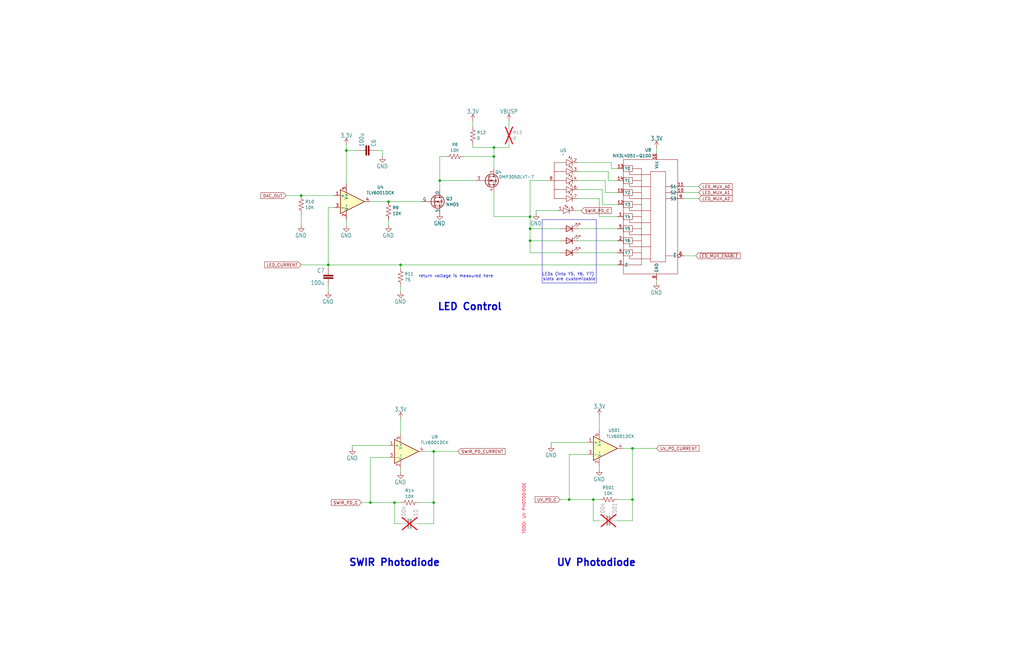
<source format=kicad_sch>
(kicad_sch (version 20231120) (generator "eeschema") (generator_version "8.0")
  (paper "USLedger")
  (title_block (title "OreSat Diode Test Card") (date "2024-04-21") (rev "v1.0"))
  (lib_symbols
    (symbol "Amplifier_Operational:TLV6001DCK" (pin_names (offset 0.127))
      (property "Reference" "U" (at 7.62 2.54 0))
      (property "Value" "TLV6001DCK" (at 11.43 -2.54 0))
      (symbol "TLV6001DCK_0_1"
        (polyline (pts (xy -2.54 5.08) (xy -2.54 -5.08) (xy 7.62 0) (xy -2.54 5.08)) (stroke (width 0.254)) (fill (type background)))
      )
      (symbol "TLV6001DCK_1_1"
        (pin input line (at -5.08 2.54 0) (length 2.54) (name "+") (number "1"))
        (pin power_in line (at 0 -7.62 90) (length 3.81) (name "V-") (number "2"))
        (pin input line (at -5.08 -2.54 0) (length 2.54) (name "-") (number "3"))
        (pin output line (at 10.16 0 180) (length 2.54) (name "~") (number "4"))
        (pin power_in line (at 0 7.62 270) (length 3.81) (name "V+") (number "5"))
      )
    )
    (symbol "Device:LED" (pin_numbers hide) (pin_names (offset 1.016) hide)
      (property "Reference" "D" (at 0 2.54 0))
      (property "Value" "LED" (at 0 -2.54 0))
      (symbol "LED_0_1"
        (polyline (pts (xy -1.27 -1.27) (xy -1.27 1.27)) (stroke (width 0.254)))
        (polyline (pts (xy -1.27 0) (xy 1.27 0)))
        (polyline (pts (xy 1.27 -1.27) (xy 1.27 1.27) (xy -1.27 0) (xy 1.27 -1.27)) (stroke (width 0.254)))
        (polyline (pts (xy -3.048 -0.762) (xy -4.572 -2.286) (xy -3.81 -2.286) (xy -4.572 -2.286) (xy -4.572 -1.524)))
        (polyline (pts (xy -1.778 -0.762) (xy -3.302 -2.286) (xy -2.54 -2.286) (xy -3.302 -2.286) (xy -3.302 -1.524)))
      )
      (symbol "LED_1_1"
        (pin passive line (at -3.81 0 0) (length 2.54) (name "K") (number "1"))
        (pin passive line (at 3.81 0 180) (length 2.54) (name "A") (number "2"))
      )
    )
    (symbol "Device:R_US" (pin_numbers hide) (pin_names (offset 0))
      (property "Reference" "R" (at 2.54 0 90))
      (property "Value" "R_US" (at -2.54 0 90))
      (symbol "R_US_0_1"
        (polyline (pts (xy 0 -2.286) (xy 0 -2.54)))
        (polyline (pts (xy 0 2.286) (xy 0 2.54)))
        (polyline (pts (xy 0 -0.762) (xy 1.016 -1.143) (xy 0 -1.524) (xy -1.016 -1.905) (xy 0 -2.286)))
        (polyline (pts (xy 0 0.762) (xy 1.016 0.381) (xy 0 0) (xy -1.016 -0.381) (xy 0 -0.762)))
        (polyline (pts (xy 0 2.286) (xy 1.016 1.905) (xy 0 1.524) (xy -1.016 1.143) (xy 0 0.762)))
      )
      (symbol "R_US_1_1"
        (pin passive line (at 0 3.81 270) (length 1.27) (name "~") (number "1"))
        (pin passive line (at 0 -3.81 90) (length 1.27) (name "~") (number "2"))
      )
    )
    (symbol "Simulation_SPICE:NMOS" (pin_numbers hide) (pin_names (offset 0))
      (property "Reference" "Q" (at 5.08 1.27 0))
      (property "Value" "NMOS" (at 5.08 -1.27 0))
      (symbol "NMOS_0_1"
        (polyline (pts (xy 0.254 0) (xy -2.54 0)))
        (polyline (pts (xy 0.254 1.905) (xy 0.254 -1.905)) (stroke (width 0.254)))
        (polyline (pts (xy 0.762 -1.27) (xy 0.762 -2.286)) (stroke (width 0.254)))
        (polyline (pts (xy 0.762 0.508) (xy 0.762 -0.508)) (stroke (width 0.254)))
        (polyline (pts (xy 0.762 2.286) (xy 0.762 1.27)) (stroke (width 0.254)))
        (polyline (pts (xy 2.54 2.54) (xy 2.54 1.778)))
        (polyline (pts (xy 2.54 -2.54) (xy 2.54 0) (xy 0.762 0)))
        (polyline (pts (xy 0.762 -1.778) (xy 3.302 -1.778) (xy 3.302 1.778) (xy 0.762 1.778)))
        (polyline (pts (xy 1.016 0) (xy 2.032 0.381) (xy 2.032 -0.381) (xy 1.016 0)) (fill (type outline)))
        (polyline (pts (xy 2.794 0.508) (xy 2.921 0.381) (xy 3.683 0.381) (xy 3.81 0.254)))
        (polyline (pts (xy 3.302 0.381) (xy 2.921 -0.254) (xy 3.683 -0.254) (xy 3.302 0.381)))
        (circle (center 1.651 0) (radius 2.794) (stroke (width 0.254)))
        (circle (center 2.54 -1.778) (radius 0.254) (fill (type outline)))
        (circle (center 2.54 1.778) (radius 0.254) (fill (type outline)))
      )
      (symbol "NMOS_1_1"
        (pin passive line (at 2.54 5.08 270) (length 2.54) (name "D") (number "1"))
        (pin input line (at -5.08 0 0) (length 2.54) (name "G") (number "2"))
        (pin passive line (at 2.54 -5.08 90) (length 2.54) (name "S") (number "3"))
      )
    )
    (symbol "oresat-diodes:MTMD142345PDT38" (pin_names hide)
      (property "Reference" "U" (at 0 -17.018 0))
      (symbol "MTMD142345PDT38_0_1"
        (polyline (pts (xy 0 -7.62) (xy -5.08 -7.62)))
        (polyline (pts (xy 0 -3.81) (xy -5.08 -3.81)))
        (polyline (pts (xy 0 0) (xy -5.08 0)))
        (polyline (pts (xy 0 3.81) (xy -5.08 3.81)))
        (polyline (pts (xy 1.27 -11.43) (xy 1.27 -13.97)))
        (polyline (pts (xy 2.54 -6.35) (xy 2.54 -8.89)))
        (polyline (pts (xy 2.54 -2.54) (xy 2.54 -5.08)))
        (polyline (pts (xy 2.54 1.27) (xy 2.54 -1.27)))
        (polyline (pts (xy 2.54 5.08) (xy 2.54 2.54)))
        (polyline (pts (xy 2.54 8.89) (xy 2.54 6.35)))
        (polyline (pts (xy 0 7.62) (xy -5.08 7.62) (xy -5.08 -7.62)))
        (polyline (pts (xy -1.27 -11.43) (xy -1.27 -13.97) (xy 1.27 -12.7) (xy -1.27 -11.43)))
        (polyline (pts (xy 0 -6.35) (xy 0 -8.89) (xy 2.54 -7.62) (xy 0 -6.35)))
        (polyline (pts (xy 0 -2.54) (xy 0 -5.08) (xy 2.54 -3.81) (xy 0 -2.54)))
        (polyline (pts (xy 0 1.27) (xy 0 -1.27) (xy 2.54 0) (xy 0 1.27)))
        (polyline (pts (xy 0 5.08) (xy 0 2.54) (xy 2.54 3.81) (xy 0 5.08)))
        (polyline (pts (xy 0 8.89) (xy 0 6.35) (xy 2.54 7.62) (xy 0 8.89)))
        (polyline (pts (xy 0 -10.16) (xy -0.508 -10.922) (xy 0 -10.922) (xy -0.508 -10.922) (xy -0.508 -10.414)))
        (polyline (pts (xy 0.762 -10.668) (xy 0.254 -11.43) (xy 0.762 -11.43) (xy 0.254 -11.43) (xy 0.254 -10.922)))
        (polyline (pts (xy 1.016 -5.588) (xy 1.524 -4.826) (xy 1.016 -4.826) (xy 1.524 -4.826) (xy 1.524 -5.334)))
        (polyline (pts (xy 1.016 -1.778) (xy 1.524 -1.016) (xy 1.016 -1.016) (xy 1.524 -1.016) (xy 1.524 -1.524)))
        (polyline (pts (xy 1.016 1.778) (xy 1.524 2.54) (xy 1.016 2.54) (xy 1.524 2.54) (xy 1.524 2.032)))
        (polyline (pts (xy 1.016 5.588) (xy 1.524 6.35) (xy 1.016 6.35) (xy 1.524 6.35) (xy 1.524 5.842)))
        (polyline (pts (xy 1.016 9.398) (xy 1.524 10.16) (xy 1.016 10.16) (xy 1.524 10.16) (xy 1.524 9.652)))
        (polyline (pts (xy 1.778 -6.35) (xy 2.286 -5.588) (xy 1.778 -5.588) (xy 2.286 -5.588) (xy 2.286 -6.096)))
        (polyline (pts (xy 1.778 -2.54) (xy 2.286 -1.778) (xy 1.778 -1.778) (xy 2.286 -1.778) (xy 2.286 -2.286)))
        (polyline (pts (xy 1.778 1.27) (xy 2.286 2.032) (xy 1.778 2.032) (xy 2.286 2.032) (xy 2.286 1.524)))
        (polyline (pts (xy 1.778 5.08) (xy 2.286 5.842) (xy 1.778 5.842) (xy 2.286 5.842) (xy 2.286 5.334)))
        (polyline (pts (xy 1.778 8.89) (xy 2.286 9.652) (xy 1.778 9.652) (xy 2.286 9.652) (xy 2.286 9.144)))
      )
      (symbol "MTMD142345PDT38_1_1"
        (pin passive line (at -3.81 -12.7 0) (length 2.54) (name "PD_Anode") (number "1"))
        (pin passive line (at 5.08 7.62 180) (length 2.54) (name "1040nm") (number "2"))
        (pin passive line (at 5.08 3.81 180) (length 2.54) (name "1200nm") (number "3"))
        (pin passive line (at 5.08 0 180) (length 2.54) (name "1300nm") (number "4"))
        (pin passive line (at 3.81 -12.7 180) (length 2.54) (name "PD_Cathode") (number "5"))
        (pin passive line (at 5.08 -3.81 180) (length 2.54) (name "1460nm") (number "6"))
        (pin passive line (at 5.08 -7.62 180) (length 2.54) (name "1550nm") (number "7"))
        (pin passive line (at -7.62 0 0) (length 2.54) (name "LED_Anode_Com") (number "8"))
      )
    )
    (symbol "oresat-ics:NX3L4051-Q100"
      (property "Reference" "U" (at 1.016 28.448 0))
      (property "Value" "NX3L4051-Q100" (at 8.382 25.908 0))
      (symbol "NX3L4051-Q100_0_1"
        (rectangle (start -6.35 19.05) (end 0 -19.05))
        (rectangle (start 7.62 -13.97) (end 11.43 -16.51))
        (rectangle (start 7.62 -8.89) (end 11.43 -11.43))
        (rectangle (start 7.62 -3.81) (end 11.43 -6.35))
        (rectangle (start 7.62 1.27) (end 11.43 -1.27))
        (rectangle (start 7.62 6.35) (end 11.43 3.81))
        (rectangle (start 7.62 11.43) (end 11.43 8.89))
        (rectangle (start 7.62 16.51) (end 11.43 13.97))
        (rectangle (start 7.62 21.59) (end 11.43 19.05))
      )
      (symbol "NX3L4051-Q100_1_1"
        (rectangle (start -11.43 24.13) (end 11.43 -24.13))
        (polyline (pts (xy -11.43 -16.51) (xy -6.35 -16.51)))
        (polyline (pts (xy -11.43 7.62) (xy -6.35 7.62)))
        (polyline (pts (xy -11.43 10.16) (xy -6.35 10.16)))
        (polyline (pts (xy -11.43 12.7) (xy -6.35 12.7)))
        (polyline (pts (xy 7.62 -15.24) (xy 3.81 -15.24)))
        (polyline (pts (xy 7.62 -10.16) (xy 3.81 -10.16)))
        (polyline (pts (xy 7.62 -5.08) (xy 3.81 -5.08)))
        (polyline (pts (xy 7.62 0) (xy 3.81 0)))
        (polyline (pts (xy 7.62 5.08) (xy 3.81 5.08)))
        (polyline (pts (xy 7.62 10.16) (xy 3.81 10.16)))
        (polyline (pts (xy 7.62 15.24) (xy 3.81 15.24)))
        (polyline (pts (xy 8.89 -16.51) (xy 8.89 -17.78) (xy 0 -17.78)))
        (polyline (pts (xy 8.89 -11.43) (xy 8.89 -12.7) (xy 0 -12.7)))
        (polyline (pts (xy 8.89 -6.35) (xy 8.89 -7.62) (xy 0 -7.62)))
        (polyline (pts (xy 8.89 -1.27) (xy 8.89 -2.54) (xy 0 -2.54)))
        (polyline (pts (xy 8.89 3.81) (xy 8.89 2.54) (xy 0 2.54)))
        (polyline (pts (xy 8.89 8.89) (xy 8.89 7.62) (xy 0 7.62)))
        (polyline (pts (xy 8.89 13.97) (xy 8.89 12.7) (xy 0 12.7)))
        (polyline (pts (xy 8.89 19.05) (xy 8.89 17.78) (xy 0 17.78)))
        (polyline (pts (xy 11.43 -20.32) (xy 3.81 -20.32) (xy 3.81 20.32) (xy 7.62 20.32)))
        (pin bidirectional line (at 13.97 0 180) (length 2.54) (name "Y4") (number "1"))
        (pin input line (at -13.97 10.16 0) (length 2.54) (name "S2") (number "10"))
        (pin input line (at -13.97 12.7 0) (length 2.54) (name "S1") (number "11"))
        (pin bidirectional line (at 13.97 5.08 180) (length 2.54) (name "Y3") (number "12"))
        (pin bidirectional line (at 13.97 20.32 180) (length 2.54) (name "Y0") (number "13"))
        (pin bidirectional line (at 13.97 15.24 180) (length 2.54) (name "Y1") (number "14"))
        (pin bidirectional line (at 13.97 10.16 180) (length 2.54) (name "Y2") (number "15"))
        (pin power_in line (at -2.54 26.67 270) (length 2.54) (name "Vcc") (number "16"))
        (pin bidirectional line (at 13.97 -10.16 180) (length 2.54) (name "Y6") (number "2"))
        (pin input line (at 13.97 -20.32 180) (length 2.54) (name "Z") (number "3"))
        (pin bidirectional line (at 13.97 -15.24 180) (length 2.54) (name "Y7") (number "4"))
        (pin bidirectional line (at 13.97 -5.08 180) (length 2.54) (name "Y5") (number "5"))
        (pin input inverted (at -13.97 -16.51 0) (length 2.54) (name "~{E}") (number "6"))
        (pin power_in line (at -2.54 -26.67 90) (length 2.54) (name "GND") (number "8"))
        (pin input line (at -13.97 7.62 0) (length 2.54) (name "S3") (number "9"))
      )
    )
    (symbol "oresat-power:VBUSP" (power) (pin_names (offset 0))
      (property "Value" "VBUSP" (at 0 3.556 0))
      (symbol "VBUSP_0_1"
        (polyline (pts (xy -0.762 1.27) (xy 0 2.54)))
        (polyline (pts (xy 0 0) (xy 0 2.54)))
        (polyline (pts (xy 0 2.54) (xy 0.762 1.27)))
      )
      (symbol "VBUSP_1_1"
        (pin power_in line (at 0 0 90) (length 0) hide (name "VBUSP") (number "1"))
      )
    )
    (symbol "oresat-proto-card-eagle-import:C-EU0603-C-NOSILK"
      (property "Reference" "C" (at 1.524 0.381 0))
      (symbol "C-EU0603-C-NOSILK_1_0"
        (rectangle (start -2.032 -2.032) (end 2.032 -1.524) (fill (type outline)))
        (rectangle (start -2.032 -1.016) (end 2.032 -0.508) (fill (type outline)))
        (polyline (pts (xy 0 -2.54) (xy 0 -2.032)) (stroke (width 0.1524)))
        (polyline (pts (xy 0 0) (xy 0 -0.508)) (stroke (width 0.1524)))
        (pin passive line (at 0 2.54 270) (length 2.54) (name "1") (number "1"))
        (pin passive line (at 0 -5.08 90) (length 2.54) (name "2") (number "2"))
      )
    )
    (symbol "oresat-transistors:DMP3050LVT-7" (pin_names hide)
      (property "Reference" "Q?" (at 6.35 1.2701 0))
      (property "Value" "DMP3050LVT-7" (at 6.35 -1.2699 0))
      (symbol "DMP3050LVT-7_0_1"
        (polyline (pts (xy 0.254 0) (xy -2.54 0)))
        (polyline (pts (xy 0.254 1.905) (xy 0.254 -1.905)) (stroke (width 0.254)))
        (polyline (pts (xy 0.762 -1.27) (xy 0.762 -2.286)) (stroke (width 0.254)))
        (polyline (pts (xy 0.762 0.508) (xy 0.762 -0.508)) (stroke (width 0.254)))
        (polyline (pts (xy 0.762 2.286) (xy 0.762 1.27)) (stroke (width 0.254)))
        (polyline (pts (xy 2.54 2.54) (xy 2.54 1.778)))
        (polyline (pts (xy 2.54 -2.54) (xy 2.54 0) (xy 0.762 0)))
        (polyline (pts (xy 0.762 1.778) (xy 3.302 1.778) (xy 3.302 -1.778) (xy 0.762 -1.778)))
        (polyline (pts (xy 2.286 0) (xy 1.27 0.381) (xy 1.27 -0.381) (xy 2.286 0)) (fill (type outline)))
        (polyline (pts (xy 2.794 -0.508) (xy 2.921 -0.381) (xy 3.683 -0.381) (xy 3.81 -0.254)))
        (polyline (pts (xy 3.302 -0.381) (xy 2.921 0.254) (xy 3.683 0.254) (xy 3.302 -0.381)))
        (circle (center 1.651 0) (radius 2.794) (stroke (width 0.254)))
        (circle (center 2.54 -1.778) (radius 0.254) (fill (type outline)))
        (circle (center 2.54 1.778) (radius 0.254) (fill (type outline)))
      )
      (symbol "DMP3050LVT-7_1_1"
        (pin passive line (at 2.54 5.08 270) (length 2.54) (name "D") (number "1"))
        (pin passive line (at 2.54 5.08 270) (length 2.54) hide (name "D") (number "2"))
        (pin passive line (at -5.08 0 0) (length 2.54) (name "G") (number "3"))
        (pin passive line (at 2.54 -5.08 90) (length 2.54) (name "S") (number "4"))
        (pin passive line (at 2.54 5.08 270) (length 2.54) hide (name "D") (number "5"))
        (pin passive line (at 2.54 5.08 270) (length 2.54) hide (name "D") (number "6"))
      )
    )
    (symbol "power:+3.3V" (power) (pin_numbers hide) (pin_names (offset 0) hide)
      (property "Value" "+3.3V" (at 0 3.556 0))
      (symbol "+3.3V_0_1"
        (polyline (pts (xy -0.762 1.27) (xy 0 2.54)))
        (polyline (pts (xy 0 0) (xy 0 2.54)))
        (polyline (pts (xy 0 2.54) (xy 0.762 1.27)))
      )
      (symbol "+3.3V_1_1"
        (pin power_in line (at 0 0 90) (length 0) (name "~") (number "1"))
      )
    )
    (symbol "power:GND" (power) (pin_numbers hide) (pin_names (offset 0) hide)
      (property "Value" "GND" (at 0 -3.81 0))
      (symbol "GND_0_1"
        (polyline (pts (xy 0 0) (xy 0 -1.27) (xy 1.27 -1.27) (xy 0 -2.54) (xy -1.27 -1.27) (xy 0 -1.27)))
      )
      (symbol "GND_1_1"
        (pin power_in line (at 0 0 270) (length 0) (name "~") (number "1"))
      )
    )
  )
  (junction (at 138.43 111.76))
  (junction (at 156.21 212.09))
  (junction (at 127 82.55))
  (junction (at 185.42 76.2))
  (junction (at 223.52 96.52))
  (junction (at 208.28 66.04))
  (junction (at 163.83 85.09))
  (junction (at 223.52 91.44))
  (junction (at 240.03 210.82))
  (junction (at 266.7 189.23))
  (junction (at 266.7 210.82))
  (junction (at 146.05 63.5))
  (junction (at 250.19 210.82))
  (junction (at 168.91 111.76))
  (junction (at 208.28 62.23))
  (junction (at 182.88 190.5))
  (junction (at 182.88 212.09))
  (junction (at 223.52 101.6))
  (junction (at 166.37 212.09))
  (wire (pts (xy 146.05 92.71) (xy 146.05 95.25)))
  (wire (pts (xy 158.75 63.5) (xy 161.29 63.5)))
  (wire (pts (xy 252.73 91.44) (xy 260.35 91.44)))
  (wire (pts (xy 182.88 190.5) (xy 193.04 190.5)))
  (wire (pts (xy 247.65 191.77) (xy 240.03 191.77)))
  (wire (pts (xy 255.27 76.2) (xy 255.27 81.28)))
  (wire (pts (xy 276.86 62.23) (xy 276.86 64.77)))
  (wire (pts (xy 163.83 92.71) (xy 163.83 95.25)))
  (wire (pts (xy 146.05 63.5) (xy 146.05 60.96)) (stroke (width 0.1524)))
  (wire (pts (xy 236.22 106.68) (xy 223.52 106.68)))
  (wire (pts (xy 262.89 189.23) (xy 266.7 189.23)))
  (wire (pts (xy 294.64 78.74) (xy 288.29 78.74)))
  (wire (pts (xy 156.21 212.09) (xy 166.37 212.09)))
  (wire (pts (xy 254 80.01) (xy 254 86.36)))
  (wire (pts (xy 168.91 198.12) (xy 168.91 199.39)))
  (wire (pts (xy 138.43 87.63) (xy 138.43 111.76)))
  (wire (pts (xy 146.05 63.5) (xy 151.13 63.5)))
  (wire (pts (xy 226.06 90.17) (xy 226.06 88.9)))
  (wire (pts (xy 240.03 210.82) (xy 250.19 210.82)))
  (wire (pts (xy 127 90.17) (xy 127 95.25)))
  (wire (pts (xy 252.73 219.71) (xy 250.19 219.71)))
  (wire (pts (xy 182.88 220.98) (xy 182.88 212.09)))
  (wire (pts (xy 223.52 96.52) (xy 223.52 101.6)))
  (wire (pts (xy 243.84 72.39) (xy 256.54 72.39)))
  (wire (pts (xy 260.35 219.71) (xy 266.7 219.71)))
  (wire (pts (xy 214.63 50.8) (xy 214.63 53.34)))
  (wire (pts (xy 260.35 210.82) (xy 266.7 210.82)))
  (wire (pts (xy 294.64 81.28) (xy 288.29 81.28)))
  (wire (pts (xy 252.73 196.85) (xy 252.73 198.12)))
  (wire (pts (xy 257.81 71.12) (xy 260.35 71.12)))
  (wire (pts (xy 257.81 68.58) (xy 257.81 71.12)))
  (wire (pts (xy 179.07 190.5) (xy 182.88 190.5)))
  (wire (pts (xy 127 111.76) (xy 138.43 111.76)))
  (wire (pts (xy 232.41 186.69) (xy 247.65 186.69)))
  (wire (pts (xy 168.91 111.76) (xy 260.35 111.76)))
  (wire (pts (xy 266.7 189.23) (xy 266.7 210.82)))
  (wire (pts (xy 176.53 220.98) (xy 182.88 220.98)))
  (wire (pts (xy 243.84 68.58) (xy 257.81 68.58)))
  (wire (pts (xy 146.05 63.5) (xy 146.05 77.47)))
  (wire (pts (xy 163.83 193.04) (xy 156.21 193.04)))
  (wire (pts (xy 148.59 187.96) (xy 163.83 187.96)))
  (wire (pts (xy 127 82.55) (xy 140.97 82.55)))
  (wire (pts (xy 208.28 62.23) (xy 208.28 66.04)))
  (wire (pts (xy 288.29 107.95) (xy 293.37 107.95)))
  (wire (pts (xy 120.65 82.55) (xy 127 82.55)))
  (wire (pts (xy 243.84 101.6) (xy 260.35 101.6)))
  (wire (pts (xy 226.06 88.9) (xy 234.95 88.9)))
  (wire (pts (xy 138.43 113.03) (xy 138.43 111.76)))
  (wire (pts (xy 152.4 212.09) (xy 156.21 212.09)))
  (wire (pts (xy 223.52 101.6) (xy 223.52 106.68)))
  (wire (pts (xy 168.91 111.76) (xy 168.91 113.03)))
  (wire (pts (xy 254 86.36) (xy 260.35 86.36)))
  (wire (pts (xy 223.52 91.44) (xy 223.52 96.52)))
  (wire (pts (xy 223.52 91.44) (xy 223.52 76.2)))
  (wire (pts (xy 243.84 80.01) (xy 254 80.01)))
  (wire (pts (xy 250.19 210.82) (xy 252.73 210.82)))
  (wire (pts (xy 208.28 66.04) (xy 208.28 71.12)))
  (wire (pts (xy 276.86 119.38) (xy 276.86 118.11)))
  (wire (pts (xy 252.73 175.26) (xy 252.73 181.61)))
  (wire (pts (xy 163.83 85.09) (xy 177.8 85.09)))
  (wire (pts (xy 245.11 88.9) (xy 242.57 88.9)))
  (wire (pts (xy 208.28 62.23) (xy 214.63 62.23)))
  (wire (pts (xy 223.52 91.44) (xy 208.28 91.44)))
  (wire (pts (xy 138.43 120.65) (xy 138.43 123.19)))
  (wire (pts (xy 185.42 76.2) (xy 200.66 76.2)))
  (wire (pts (xy 266.7 219.71) (xy 266.7 210.82)))
  (wire (pts (xy 199.39 50.8) (xy 199.39 53.34)))
  (wire (pts (xy 232.41 187.96) (xy 232.41 186.69)))
  (wire (pts (xy 156.21 193.04) (xy 156.21 212.09)))
  (wire (pts (xy 294.64 83.82) (xy 288.29 83.82)))
  (wire (pts (xy 223.52 76.2) (xy 231.14 76.2)))
  (wire (pts (xy 195.58 66.04) (xy 208.28 66.04)))
  (wire (pts (xy 185.42 80.01) (xy 185.42 76.2)))
  (wire (pts (xy 166.37 212.09) (xy 168.91 212.09)))
  (wire (pts (xy 156.21 85.09) (xy 163.83 85.09)))
  (wire (pts (xy 250.19 219.71) (xy 250.19 210.82)))
  (wire (pts (xy 138.43 87.63) (xy 140.97 87.63)))
  (wire (pts (xy 168.91 120.65) (xy 168.91 123.19)))
  (wire (pts (xy 256.54 72.39) (xy 256.54 76.2)))
  (wire (pts (xy 166.37 220.98) (xy 166.37 212.09)))
  (wire (pts (xy 223.52 96.52) (xy 236.22 96.52)))
  (wire (pts (xy 161.29 63.5) (xy 161.29 66.04)))
  (wire (pts (xy 148.59 189.23) (xy 148.59 187.96)))
  (wire (pts (xy 138.43 111.76) (xy 168.91 111.76)))
  (wire (pts (xy 182.88 190.5) (xy 182.88 212.09)))
  (wire (pts (xy 168.91 220.98) (xy 166.37 220.98)))
  (wire (pts (xy 168.91 176.53) (xy 168.91 182.88)))
  (wire (pts (xy 266.7 189.23) (xy 276.86 189.23)))
  (wire (pts (xy 199.39 62.23) (xy 199.39 60.96)))
  (wire (pts (xy 243.84 76.2) (xy 255.27 76.2)))
  (wire (pts (xy 208.28 91.44) (xy 208.28 81.28)))
  (wire (pts (xy 252.73 83.82) (xy 252.73 91.44)))
  (wire (pts (xy 240.03 191.77) (xy 240.03 210.82)))
  (wire (pts (xy 243.84 83.82) (xy 252.73 83.82)))
  (wire (pts (xy 243.84 96.52) (xy 260.35 96.52)))
  (wire (pts (xy 214.63 62.23) (xy 214.63 60.96)))
  (wire (pts (xy 255.27 81.28) (xy 260.35 81.28)))
  (wire (pts (xy 199.39 62.23) (xy 208.28 62.23)))
  (wire (pts (xy 176.53 212.09) (xy 182.88 212.09)))
  (wire (pts (xy 185.42 66.04) (xy 187.96 66.04)))
  (wire (pts (xy 185.42 76.2) (xy 185.42 66.04)))
  (wire (pts (xy 256.54 76.2) (xy 260.35 76.2)))
  (wire (pts (xy 236.22 210.82) (xy 240.03 210.82)))
  (wire (pts (xy 223.52 101.6) (xy 236.22 101.6)))
  (wire (pts (xy 243.84 106.68) (xy 260.35 106.68)))
  (rectangle (start 228.6 92.71) (end 251.46 119.38))
  (text "return voltage is measured here" (at 192.278 116.586 0) (effects (font (size 1.27 1.27))))
  (text "TODO: UV PHOTODIODE" (at 220.98 214.63 90) (effects (font (size 1.27 1.27))))
  (text "UV Photodiode\n" (at 251.46 237.49 0) (effects (font (size 3 3) (thickness 0.6) (bold yes))))
  (text "SWIR Photodiode\n" (at 166.37 237.49 0) (effects (font (size 3 3) (thickness 0.6) (bold yes))))
  (text "LEDs (into Y5, Y6, Y7) \nslots are customizable\n" (at 240.03 116.84 0) (effects (font (size 1.27 1.27))))
  (text "LED Control" (at 198.12 129.54 0) (effects (font (size 3 3) (thickness 0.6) (bold yes))))
  (global_label "DAC_OUT" (shape input) (at 120.65 82.55 180) (property "Intersheetrefs" "${INTERSHEET_REFS}" (at 109.44 82.55 0) (effects (justify right))))
  (global_label "LED_MUX_A1" (shape input) (at 294.64 81.28 0) (property "Intersheetrefs" "${INTERSHEET_REFS}" (at 309.297 81.28 0) (effects (justify left))))
  (global_label "LED_MUX_A0" (shape input) (at 294.64 78.74 0) (property "Intersheetrefs" "${INTERSHEET_REFS}" (at 309.297 78.74 0) (effects (justify left))))
  (global_label "UV_PD_CURRENT" (shape input) (at 276.86 189.23 0) (property "Intersheetrefs" "${INTERSHEET_REFS}" (at 295.3271 189.23 0) (effects (justify left))))
  (global_label "SWIR_PD_C" (shape input) (at 152.4 212.09 180) (property "Intersheetrefs" "${INTERSHEET_REFS}" (at 139.1339 212.09 0) (effects (justify right))))
  (global_label "UV_PD_C" (shape input) (at 236.22 210.82 180) (property "Intersheetrefs" "${INTERSHEET_REFS}" (at 225.0705 210.82 0) (effects (justify right))))
  (global_label "SWIR_PD_CURRENT" (shape input) (at 193.04 190.5 0) (property "Intersheetrefs" "${INTERSHEET_REFS}" (at 213.6237 190.5 0) (effects (justify left))))
  (global_label "SWIR_PD_C" (shape input) (at 245.11 88.9 0) (property "Intersheetrefs" "${INTERSHEET_REFS}" (at 258.3761 88.9 0) (effects (justify left))))
  (global_label "LED_CURRENT" (shape input) (at 127 111.76 180) (property "Intersheetrefs" "${INTERSHEET_REFS}" (at 111.0125 111.76 0) (effects (justify right))))
  (global_label "~{LED_MUX_ENABLE}" (shape input) (at 293.37 107.95 0) (property "Intersheetrefs" "${INTERSHEET_REFS}" (at 312.7441 107.95 0) (effects (justify left))))
  (global_label "LED_MUX_A2" (shape input) (at 294.64 83.82 0) (property "Intersheetrefs" "${INTERSHEET_REFS}" (at 309.297 83.82 0) (effects (justify left))))
  (symbol (lib_id "power:GND") (at 168.91 123.19 0) (unit 1)
    (property "Reference" "#GND023" (effects (hide yes)))
    (property "Value" "GND" (at 166.37 128.27 0) (effects (font (size 1.778 1.5113)) (justify left bottom)))
    (property "Description" "Power symbol creates a global label with name \"GND\" , ground" (effects (hide yes)))
  )
  (symbol (lib_id "power:GND") (at 127 95.25 0) (unit 1)
    (property "Reference" "#GND025" (effects (hide yes)))
    (property "Value" "GND" (at 124.46 100.33 0) (effects (font (size 1.778 1.5113)) (justify left bottom)))
    (property "Description" "Power symbol creates a global label with name \"GND\" , ground" (effects (hide yes)))
  )
  (symbol (lib_id "Device:R_US") (at 127 86.36 180) (unit 1)
    (property "Reference" "R10" (at 128.651 85.1478 0) (effects (justify right)))
    (property "Value" "10K" (at 128.651 87.5721 0) (effects (justify right)))
    (property "Description" "Resistor, US symbol" (effects (hide yes)))
  )
  (symbol (lib_id "Simulation_SPICE:NMOS") (at 182.88 85.09 0) (unit 1)
    (property "Reference" "Q3" (at 188.087 83.8778 0) (effects (justify left)))
    (property "Value" "NMOS" (at 188.087 86.3021 0) (effects (justify left)))
    (property "Datasheet" "https://ngspice.sourceforge.io/docs/ngspice-html-manual/manual.xhtml#cha_MOSFETs" (effects (hide yes)))
    (property "Description" "N-MOSFET transistor, drain/source/gate" (effects (hide yes)))
    (property "Sim.Device" "NMOS" (effects (hide yes)))
    (property "Sim.Type" "VDMOS" (effects (hide yes)))
    (property "Sim.Pins" "1=D 2=G 3=S" (effects (hide yes)))
  )
  (symbol (lib_id "Amplifier_Operational:TLV6001DCK") (at 146.05 85.09 0) (unit 1)
    (property "Reference" "U4" (at 160.4093 78.945 0))
    (property "Value" "TLV6001DCK" (at 160.4093 81.3693 0))
    (property "Footprint" "Package_TO_SOT_SMD:SOT-353_SC-70-5" (effects (hide yes)))
    (property "Datasheet" "http://www.ti.com/lit/ds/symlink/tlv6001.pdf" (effects (hide yes)))
    (property "Description" "Low-power, Rail-to-rail, 1MHz Operational Amplifier, SOT-353" (effects (hide yes)))
  )
  (symbol (lib_id "power:GND") (at 185.42 90.17 0) (unit 1)
    (property "Reference" "#GND024" (effects (hide yes)))
    (property "Value" "GND" (at 182.88 95.25 0) (effects (font (size 1.778 1.5113)) (justify left bottom)))
    (property "Description" "Power symbol creates a global label with name \"GND\" , ground" (effects (hide yes)))
  )
  (symbol (lib_id "Device:R_US") (at 214.63 57.15 180) (unit 1) (dnp yes)
    (property "Reference" "R13" (at 216.281 55.9378 0) (effects (justify right)))
    (property "Value" "0" (at 216.281 58.3621 0) (effects (justify right)))
    (property "Description" "Resistor, US symbol" (effects (hide yes)))
  )
  (symbol (lib_id "oresat-proto-card-eagle-import:C-EU0603-C-NOSILK") (at 156.21 63.5 270) (mirror x) (unit 1)
    (property "Reference" "C6" (at 156.591 61.976 0) (effects (font (size 1.778 1.5113)) (justify left bottom)))
    (property "Value" "100u" (at 151.511 61.976 0) (effects (font (size 1.778 1.5113)) (justify left bottom)))
    (property "Footprint" "oresat-passives:0603-C-NOSILK" (effects (hide yes)))
    (property "DIS" "Digi-Key" (effects (hide yes)))
    (property "DPN" "1276-1001-1-ND" (effects (hide yes)))
    (property "MFR" "Samsung" (effects (hide yes)))
    (property "MPN" "CL05B104KO5NNNC" (effects (hide yes)))
  )
  (symbol (lib_id "power:+3.3V") (at 276.86 62.23 0) (mirror y) (unit 1)
    (property "Reference" "#SUPPLY06" (effects (hide yes)))
    (property "Value" "3.3V" (at 276.86 59.436 0) (effects (font (size 1.778 1.5113)) (justify bottom)))
    (property "Description" "Power symbol creates a global label with name \"+3.3V\"" (effects (hide yes)))
  )
  (symbol (lib_id "power:GND") (at 226.06 90.17 0) (unit 1)
    (property "Reference" "#GND0502" (effects (hide yes)))
    (property "Value" "GND" (at 223.52 95.25 0) (effects (font (size 1.778 1.5113)) (justify left bottom)))
    (property "Description" "Power symbol creates a global label with name \"GND\" , ground" (effects (hide yes)))
  )
  (symbol (lib_id "Device:R_US") (at 191.77 66.04 90) (unit 1)
    (property "Reference" "R8" (at 191.77 61.0065 90))
    (property "Value" "10K" (at 191.77 63.4308 90))
    (property "Description" "Resistor, US symbol" (effects (hide yes)))
  )
  (symbol (lib_id "power:GND") (at 161.29 66.04 0) (unit 1)
    (property "Reference" "#GND08" (effects (hide yes)))
    (property "Value" "GND" (at 158.75 71.12 0) (effects (font (size 1.778 1.5113)) (justify left bottom)))
    (property "Description" "Power symbol creates a global label with name \"GND\" , ground" (effects (hide yes)))
  )
  (symbol (lib_id "power:GND") (at 146.05 95.25 0) (unit 1)
    (property "Reference" "#GND011" (effects (hide yes)))
    (property "Value" "GND" (at 143.51 100.33 0) (effects (font (size 1.778 1.5113)) (justify left bottom)))
    (property "Description" "Power symbol creates a global label with name \"GND\" , ground" (effects (hide yes)))
  )
  (symbol (lib_id "Device:LED") (at 240.03 106.68 180) (unit 1)
    (property "Reference" "D4" (effects (hide yes)))
    (property "Value" "LED" (effects (hide yes)))
    (property "Description" "Light emitting diode" (effects (hide yes)))
  )
  (symbol (lib_id "Device:R_US") (at 199.39 57.15 180) (unit 1)
    (property "Reference" "R12" (at 201.041 55.9378 0) (effects (justify right)))
    (property "Value" "0" (at 201.041 58.3621 0) (effects (justify right)))
    (property "Description" "Resistor, US symbol" (effects (hide yes)))
  )
  (symbol (lib_id "Device:R_US") (at 168.91 116.84 180) (unit 1)
    (property "Reference" "R11" (at 170.561 115.6278 0) (effects (justify right)))
    (property "Value" "75" (at 170.561 118.0521 0) (effects (justify right)))
    (property "Description" "Resistor, US symbol" (effects (hide yes)))
  )
  (symbol (lib_id "oresat-proto-card-eagle-import:C-EU0603-C-NOSILK") (at 257.81 219.71 270) (mirror x) (unit 1) (in_bom no) (dnp yes)
    (property "Reference" "C501" (at 258.191 218.186 0) (effects (font (size 1.778 1.5113)) (justify left bottom)))
    (property "Value" "100n" (at 253.111 218.186 0) (effects (font (size 1.778 1.5113)) (justify left bottom)))
    (property "Footprint" "oresat-passives:0603-C-NOSILK" (effects (hide yes)))
    (property "DIS" "Digi-Key" (effects (hide yes)))
    (property "DPN" "1276-1001-1-ND" (effects (hide yes)))
    (property "MFR" "Samsung" (effects (hide yes)))
    (property "MPN" "CL05B104KO5NNNC" (effects (hide yes)))
  )
  (symbol (lib_id "oresat-proto-card-eagle-import:C-EU0603-C-NOSILK") (at 173.99 220.98 270) (mirror x) (unit 1) (in_bom no) (dnp yes)
    (property "Reference" "C10" (at 174.371 219.456 0) (effects (font (size 1.778 1.5113)) (justify left bottom)))
    (property "Value" "100n" (at 169.291 219.456 0) (effects (font (size 1.778 1.5113)) (justify left bottom)))
    (property "Footprint" "oresat-passives:0603-C-NOSILK" (effects (hide yes)))
    (property "DIS" "Digi-Key" (effects (hide yes)))
    (property "DPN" "1276-1001-1-ND" (effects (hide yes)))
    (property "MFR" "Samsung" (effects (hide yes)))
    (property "MPN" "CL05B104KO5NNNC" (effects (hide yes)))
  )
  (symbol (lib_id "Device:LED") (at 240.03 101.6 180) (unit 1)
    (property "Reference" "D2" (effects (hide yes)))
    (property "Value" "LED" (effects (hide yes)))
    (property "Description" "Light emitting diode" (effects (hide yes)))
  )
  (symbol (lib_id "power:GND") (at 232.41 187.96 0) (unit 1)
    (property "Reference" "#GND0501" (effects (hide yes)))
    (property "Value" "GND" (at 229.87 193.04 0) (effects (font (size 1.778 1.5113)) (justify left bottom)))
    (property "Description" "Power symbol creates a global label with name \"GND\" , ground" (effects (hide yes)))
  )
  (symbol (lib_id "Device:R_US") (at 256.54 210.82 90) (unit 1)
    (property "Reference" "R501" (at 256.54 205.7865 90))
    (property "Value" "10K" (at 256.54 208.2108 90))
    (property "Description" "Resistor, US symbol" (effects (hide yes)))
  )
  (symbol (lib_id "oresat-diodes:MTMD142345PDT38") (at 238.76 76.2 0) (unit 1)
    (property "Reference" "U5" (at 237.49 63.5085 0))
    (property "Value" "~" (at 237.49 65.1899 0))
    (property "Footprint" "Diode_THT:SWIR_PhotoDiode" (effects (hide yes)))
    (property "Datasheet" "https://marktechopto.com/pdf/products/datasheet/MTMD142345PDT38-v1.pdf" (effects (hide yes)))
  )
  (symbol (lib_id "power:GND") (at 252.73 198.12 0) (unit 1)
    (property "Reference" "#GND0503" (effects (hide yes)))
    (property "Value" "GND" (at 250.19 203.2 0) (effects (font (size 1.778 1.5113)) (justify left bottom)))
    (property "Description" "Power symbol creates a global label with name \"GND\" , ground" (effects (hide yes)))
  )
  (symbol (lib_id "power:+3.3V") (at 146.05 60.96 0) (mirror y) (unit 1)
    (property "Reference" "#SUPPLY02" (effects (hide yes)))
    (property "Value" "3.3V" (at 146.05 58.166 0) (effects (font (size 1.778 1.5113)) (justify bottom)))
    (property "Description" "Power symbol creates a global label with name \"+3.3V\"" (effects (hide yes)))
  )
  (symbol (lib_id "oresat-proto-card-eagle-import:C-EU0603-C-NOSILK") (at 138.43 115.57 0) (mirror y) (unit 1)
    (property "Reference" "C7" (at 136.906 115.189 0) (effects (font (size 1.778 1.5113)) (justify left bottom)))
    (property "Value" "100u" (at 136.906 120.269 0) (effects (font (size 1.778 1.5113)) (justify left bottom)))
    (property "Footprint" "oresat-passives:0603-C-NOSILK" (effects (hide yes)))
    (property "DIS" "Digi-Key" (effects (hide yes)))
    (property "DPN" "1276-1001-1-ND" (effects (hide yes)))
    (property "MFR" "Samsung" (effects (hide yes)))
    (property "MPN" "CL05B104KO5NNNC" (effects (hide yes)))
  )
  (symbol (lib_id "power:GND") (at 276.86 119.38 0) (unit 1)
    (property "Reference" "#GND01" (effects (hide yes)))
    (property "Value" "GND" (at 274.32 124.46 0) (effects (font (size 1.778 1.5113)) (justify left bottom)))
    (property "Description" "Power symbol creates a global label with name \"GND\" , ground" (effects (hide yes)))
  )
  (symbol (lib_id "power:GND") (at 163.83 95.25 0) (unit 1)
    (property "Reference" "#GND026" (effects (hide yes)))
    (property "Value" "GND" (at 161.29 100.33 0) (effects (font (size 1.778 1.5113)) (justify left bottom)))
    (property "Description" "Power symbol creates a global label with name \"GND\" , ground" (effects (hide yes)))
  )
  (symbol (lib_id "power:GND") (at 148.59 189.23 0) (unit 1)
    (property "Reference" "#GND010" (effects (hide yes)))
    (property "Value" "GND" (at 146.05 194.31 0) (effects (font (size 1.778 1.5113)) (justify left bottom)))
    (property "Description" "Power symbol creates a global label with name \"GND\" , ground" (effects (hide yes)))
  )
  (symbol (lib_id "power:GND") (at 168.91 199.39 0) (unit 1)
    (property "Reference" "#GND014" (effects (hide yes)))
    (property "Value" "GND" (at 166.37 204.47 0) (effects (font (size 1.778 1.5113)) (justify left bottom)))
    (property "Description" "Power symbol creates a global label with name \"GND\" , ground" (effects (hide yes)))
  )
  (symbol (lib_id "power:+3.3V") (at 199.39 50.8 0) (mirror y) (unit 1)
    (property "Reference" "#SUPPLY03" (effects (hide yes)))
    (property "Value" "3.3V" (at 199.39 48.006 0) (effects (font (size 1.778 1.5113)) (justify bottom)))
    (property "Description" "Power symbol creates a global label with name \"+3.3V\"" (effects (hide yes)))
  )
  (symbol (lib_id "Device:LED") (at 240.03 96.52 180) (unit 1)
    (property "Reference" "D1" (effects (hide yes)))
    (property "Value" "LED" (effects (hide yes)))
    (property "Description" "Light emitting diode" (effects (hide yes)))
  )
  (symbol (lib_id "Device:R_US") (at 163.83 88.9 180) (unit 1)
    (property "Reference" "R9" (at 165.481 87.6878 0) (effects (justify right)))
    (property "Value" "10K" (at 165.481 90.1121 0) (effects (justify right)))
    (property "Description" "Resistor, US symbol" (effects (hide yes)))
  )
  (symbol (lib_id "oresat-power:VBUSP") (at 214.63 50.8 0) (unit 1)
    (property "Reference" "#VBUSP01" (effects (hide yes)))
    (property "Value" "VBUSP" (at 214.63 48.006 0) (effects (font (size 1.778 1.5113)) (justify bottom)))
    (property "Description" "Power symbol creates a global label with name \"VBUSP\"" (effects (hide yes)))
  )
  (symbol (lib_id "Amplifier_Operational:TLV6001DCK") (at 252.73 189.23 0) (unit 1)
    (property "Reference" "U501" (at 259.08 181.61 0))
    (property "Value" "TLV6001DCK" (at 261.62 184.15 0))
    (property "Footprint" "Package_TO_SOT_SMD:SOT-353_SC-70-5" (effects (hide yes)))
    (property "Datasheet" "http://www.ti.com/lit/ds/symlink/tlv6001.pdf" (effects (hide yes)))
    (property "Description" "Low-power, Rail-to-rail, 1MHz Operational Amplifier, SOT-353" (effects (hide yes)))
  )
  (symbol (lib_id "power:+3.3V") (at 168.91 176.53 0) (mirror y) (unit 1)
    (property "Reference" "#SUPPLY07" (effects (hide yes)))
    (property "Value" "3.3V" (at 168.91 173.736 0) (effects (font (size 1.778 1.5113)) (justify bottom)))
    (property "Description" "Power symbol creates a global label with name \"+3.3V\"" (effects (hide yes)))
  )
  (symbol (lib_id "oresat-ics:NX3L4051-Q100") (at 274.32 91.44 0) (mirror y) (unit 1)
    (property "Reference" "U8" (at 274.6659 63.2925 0) (effects (justify left)))
    (property "Value" "NX3L4051-Q100" (at 274.6659 65.7168 0) (effects (justify left)))
    (property "Footprint" "Package_SO:TSSOP-16_4.4x5mm_P0.65mm" (effects (hide yes)))
    (property "Datasheet" "https://www.nxp.com/docs/en/data-sheet/NX3L4051_Q100.pdf" (effects (hide yes)))
  )
  (symbol (lib_id "Device:R_US") (at 172.72 212.09 90) (unit 1)
    (property "Reference" "R14" (at 172.72 207.0565 90))
    (property "Value" "10K" (at 172.72 209.4808 90))
    (property "Description" "Resistor, US symbol" (effects (hide yes)))
  )
  (symbol (lib_id "Amplifier_Operational:TLV6001DCK") (at 168.91 190.5 0) (unit 1)
    (property "Reference" "U9" (at 183.2693 184.355 0))
    (property "Value" "TLV6001DCK" (at 183.2693 186.7793 0))
    (property "Footprint" "Package_TO_SOT_SMD:SOT-353_SC-70-5" (effects (hide yes)))
    (property "Datasheet" "http://www.ti.com/lit/ds/symlink/tlv6001.pdf" (effects (hide yes)))
    (property "Description" "Low-power, Rail-to-rail, 1MHz Operational Amplifier, SOT-353" (effects (hide yes)))
  )
  (symbol (lib_id "power:GND") (at 138.43 123.19 0) (unit 1)
    (property "Reference" "#GND022" (effects (hide yes)))
    (property "Value" "GND" (at 135.89 128.27 0) (effects (font (size 1.778 1.5113)) (justify left bottom)))
    (property "Description" "Power symbol creates a global label with name \"GND\" , ground" (effects (hide yes)))
  )
  (symbol (lib_id "power:+3.3V") (at 252.73 175.26 0) (mirror y) (unit 1)
    (property "Reference" "#SUPPLY0501" (effects (hide yes)))
    (property "Value" "3.3V" (at 252.73 172.466 0) (effects (font (size 1.778 1.5113)) (justify bottom)))
    (property "Description" "Power symbol creates a global label with name \"+3.3V\"" (effects (hide yes)))
  )
  (symbol (lib_id "oresat-transistors:DMP3050LVT-7") (at 205.74 76.2 0) (unit 1)
    (property "Reference" "Q4" (at 208.788 72.644 0) (effects (justify left)))
    (property "Value" "DMP3050LVT-7" (at 210.312 74.676 0) (effects (justify left)))
    (property "Footprint" "Package_TO_SOT_SMD:SOT-23-6" (effects (hide yes)))
    (property "Datasheet" "https://www.diodes.com/assets/Datasheets/DMP3050LVT.pdf" (effects (hide yes)))
    (property "Description" "P-Channel Power MOSFET, SOT-23-6" (effects (hide yes)))
  )
)
</source>
